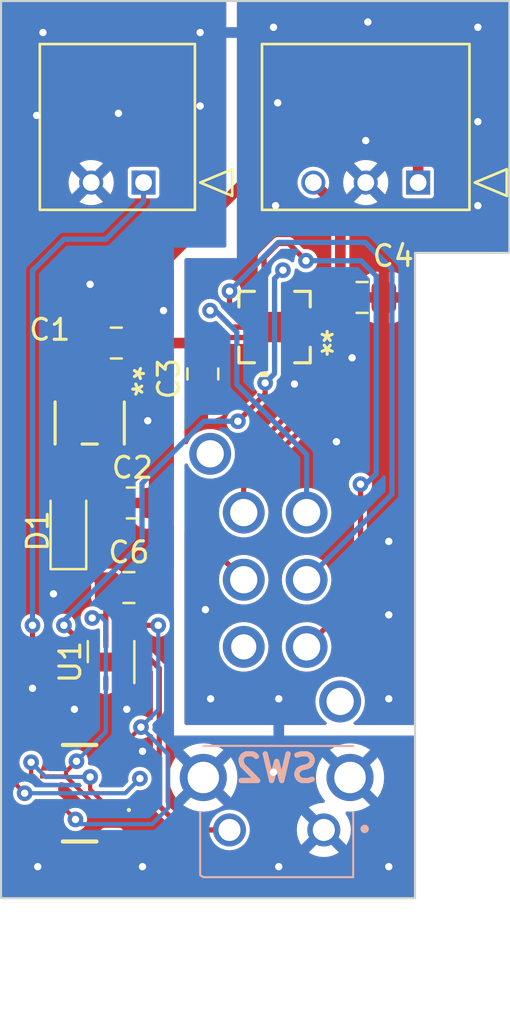
<source format=kicad_pcb>
(kicad_pcb (version 20221018) (generator pcbnew)
  (layers (0 "F.Cu" signal) (31 "B.Cu" signal) (34 "B.Paste" user) (35 "F.Paste" user) (36 "B.SilkS" user "B.Silkscreen") (37 "F.SilkS" user "F.Silkscreen") (38 "B.Mask" user) (39 "F.Mask" user) (44 "Edge.Cuts" user))
  (net 0 "")
  (net 10 "+15V")
  (net 11 "GNDPWR")
  (net 12 "-15V")
  (net 13 "PB1")
  (net 14 "+5V")
  (net 15 "PB0")
  (net 16 "RST")
  (net 17 "Net-(SW1A-A1)")
  (net 18 "CHSWA2")
  (net 19 "Net-(SW1B-B1)")
  (net 20 "CHSWB2")
  (net 21 "CHSWB1")
  (net 22 "CHSW_CTRL")
  (net 23 "Net-(D1-A)")
  (footprint "Diode_SMD:D_SOD-323_HandSoldering" (layer "F.Cu") (at 115.714 75.311 90)
    (fp_text reference "D1" (at -0.189 -1.464 90) (layer "F.SilkS"))
    (fp_text value "RB521VM-40FHTE-17" hide)
    (fp_line (start -2.01 -0.85) (end -2.01 0.85) (stroke (width 0.12)) (layer "F.SilkS"))
    (fp_line (start -2.01 -0.85) (end 1.25 -0.85) (stroke (width 0.12)) (layer "F.SilkS"))
    (fp_line (start -2.01 0.85) (end 1.25 0.85) (stroke (width 0.12)) (layer "F.SilkS"))
    (pad "1" smd roundrect (at -1.25 0 90) (size 1 1) (layers "F.Cu" "F.Paste" "F.Mask") (net 14 "+5V"))
    (pad "2" smd roundrect (at 1.25 0 90) (size 1 1) (layers "F.Cu" "F.Paste" "F.Mask") (net 23 "Net-(D1-A)"))
  )
  (footprint "ADG1236YCPZ-REEL7:CON_22057025_MOL" (layer "F.Cu") (at 119.3 58.9 180)
    (fp_text reference "J1" hide)
    (fp_text value "22057025" hide)
    (fp_line (start -4.227993 -0.635) (end -4.227993 0.635) (stroke (width 0.127)) (layer "F.SilkS"))
    (fp_line (start -4.227993 0.635) (end -2.703993 0) (stroke (width 0.127)) (layer "F.SilkS"))
    (fp_line (start -2.703993 0) (end -4.227993 -0.635) (stroke (width 0.127)) (layer "F.SilkS"))
    (fp_line (start -2.449993 -1.3) (end -2.449993 6.599999) (stroke (width 0.127)) (layer "F.SilkS"))
    (fp_line (start -2.449993 6.599999) (end 4.949993 6.599999) (stroke (width 0.127)) (layer "F.SilkS"))
    (fp_line (start 4.949993 -1.3) (end -2.449993 -1.3) (stroke (width 0.127)) (layer "F.SilkS"))
    (fp_line (start 4.949993 6.599999) (end 4.949993 -1.3) (stroke (width 0.127)) (layer "F.SilkS"))
    (pad "1" thru_hole rect (at 0 0 180) (size 1.15 1.15) (drill 0.8) (layers "*.Cu" "*.Mask") (net 13 "PB1"))
    (pad "2" thru_hole circle (at 2.5 0 180) (size 1.15 1.15) (drill 0.8) (layers "*.Cu" "*.Mask") (net 11 "GNDPWR"))
  )
  (footprint "ADG1236YCPZ-REEL7:CP_12_1_ADI" (layer "F.Cu") (at 125.55 65.7861 180)
    (fp_text reference "U2" hide)
    (fp_text value "ADG1236YCPZ-REEL7" hide)
    (fp_text user "*" (at -2.509799 -0.75 180 unlocked) (layer "F.SilkS"))
    (fp_text user "*" (at -2.509799 -0.75 180) (layer "F.SilkS"))
    (fp_line (start -1.7018 -1.7018) (end -1.7018 -0.960139) (stroke (width 0.1524)) (layer "F.SilkS"))
    (fp_line (start -1.7018 0.960139) (end -1.7018 1.7018) (stroke (width 0.1524)) (layer "F.SilkS"))
    (fp_line (start -1.7018 1.7018) (end -0.960139 1.7018) (stroke (width 0.1524)) (layer "F.SilkS"))
    (fp_line (start -0.960139 -1.7018) (end -1.7018 -1.7018) (stroke (width 0.1524)) (layer "F.SilkS"))
    (fp_line (start 0.960139 1.7018) (end 1.7018 1.7018) (stroke (width 0.1524)) (layer "F.SilkS"))
    (fp_line (start 1.7018 -1.7018) (end 0.960139 -1.7018) (stroke (width 0.1524)) (layer "F.SilkS"))
    (fp_line (start 1.7018 -0.960139) (end 1.7018 -1.7018) (stroke (width 0.1524)) (layer "F.SilkS"))
    (fp_line (start 1.7018 1.7018) (end 1.7018 0.960139) (stroke (width 0.1524)) (layer "F.SilkS"))
    (fp_poly (pts (xy 0.309499 -2.128799) (xy 0.309499 -2.382799) (xy 0.690499 -2.382799) (xy 0.690499 -2.128799)) (fill solid) (layer "F.SilkS"))
    (pad "1" smd rect (at -1.3438 -0.499999 270) (size 0.2548 1.061999) (layers "F.Cu" "F.Paste" "F.Mask") (net 17 "Net-(SW1A-A1)"))
    (pad "2" smd rect (at -1.3438 0 270) (size 0.2548 1.061999) (layers "F.Cu" "F.Paste" "F.Mask") (net 18 "CHSWA2"))
    (pad "3" smd rect (at -1.3438 0.499999 270) (size 0.2548 1.061999) (layers "F.Cu" "F.Paste" "F.Mask") (net 12 "-15V"))
    (pad "4" smd rect (at -0.499999 1.3438 180) (size 0.2548 1.061999) (layers "F.Cu" "F.Paste" "F.Mask") (net 11 "GNDPWR"))
    (pad "5" smd rect (at 0 1.3438 180) (size 0.2548 1.061999) (layers "F.Cu" "F.Paste" "F.Mask") (net 22 "CHSW_CTRL"))
    (pad "6" smd rect (at 0.499999 1.3438 180) (size 0.2548 1.061999) (layers "F.Cu" "F.Paste" "F.Mask") (net 21 "CHSWB1"))
    (pad "7" smd rect (at 1.3438 0.499999 270) (size 0.2548 1.061999) (layers "F.Cu" "F.Paste" "F.Mask") (net 19 "Net-(SW1B-B1)"))
    (pad "8" smd rect (at 1.3438 0 270) (size 0.2548 1.061999) (layers "F.Cu" "F.Paste" "F.Mask") (net 20 "CHSWB2"))
    (pad "9" smd rect (at 1.3438 -0.499999 270) (size 0.2548 1.061999) (layers "F.Cu" "F.Paste" "F.Mask") (net 10 "+15V"))
    (pad "10" smd rect (at 0.499999 -1.3438 180) (size 0.2548 1.061999) (layers "F.Cu" "F.Paste" "F.Mask"))
    (pad "11" smd rect (at 0 -1.3438 180) (size 0.2548 1.061999) (layers "F.Cu" "F.Paste" "F.Mask") (net 22 "CHSW_CTRL"))
    (pad "12" smd rect (at -0.499999 -1.3438 180) (size 0.2548 1.061999) (layers "F.Cu" "F.Paste" "F.Mask"))
    (pad "13" smd rect (at 0 0 180) (size 1.4478 1.4478) (layers "F.Cu" "F.Paste" "F.Mask") (net 12 "-15V"))
  )
  (footprint "Capacitor_SMD:C_0805_2012Metric_Pad1.18x1.45mm_HandSolder" (layer "F.Cu") (at 118.762 74.168)
    (fp_text reference "C2" (at 0 -1.68) (layer "F.SilkS"))
    (fp_text value "1uF" hide)
    (fp_line (start -0.261252 -0.735) (end 0.261252 -0.735) (stroke (width 0.12)) (layer "F.SilkS"))
    (fp_line (start -0.261252 0.735) (end 0.261252 0.735) (stroke (width 0.12)) (layer "F.SilkS"))
    (pad "1" smd roundrect (at -1.0375 0) (size 1.175 1.45) (layers "F.Cu" "F.Paste" "F.Mask") (roundrect_rratio 0.2127659574) (net 23 "Net-(D1-A)"))
    (pad "2" smd roundrect (at 1.0375 0) (size 1.175 1.45) (layers "F.Cu" "F.Paste" "F.Mask") (roundrect_rratio 0.2127659574) (net 11 "GNDPWR"))
  )
  (footprint "Switch_DPDT_Marshall_DPDT:Switch_Toggle_Marshall_DPDT" (layer "F.Cu") (at 128.679 83.626 180)
    (fp_text reference "SW1" hide)
    (fp_text value "~" hide)
    (pad "1" thru_hole circle (at 4.6 5.8 180) (size 2 2) (drill 1.3) (layers "*.Cu" "*.Mask") (net 17 "Net-(SW1A-A1)"))
    (pad "2" thru_hole circle (at 4.6 9 180) (size 2 2) (drill 1.3) (layers "*.Cu" "*.Mask") (net 18 "CHSWA2"))
    (pad "3" thru_hole circle (at 4.6 2.6 180) (size 2 2) (drill 1.2) (layers "*.Cu" "*.Mask"))
    (pad "4" thru_hole circle (at 1.6 5.8 180) (size 2 2) (drill 1.3) (layers "*.Cu" "*.Mask") (net 19 "Net-(SW1B-B1)"))
    (pad "5" thru_hole circle (at 1.6 9 180) (size 2 2) (drill 1.3) (layers "*.Cu" "*.Mask") (net 20 "CHSWB2"))
    (pad "6" thru_hole circle (at 1.6 2.6 180) (size 2 2) (drill 1.3) (layers "*.Cu" "*.Mask") (net 21 "CHSWB1"))
    (pad "7" thru_hole circle (at 6.2 11.8 180) (size 2 2) (drill 1.3) (layers "*.Cu" "*.Mask"))
    (pad "8" thru_hole circle (at 0 0 180) (size 2 2) (drill 1.3) (layers "*.Cu" "*.Mask"))
  )
  (footprint "Capacitor_SMD:C_0805_2012Metric_Pad1.18x1.45mm_HandSolder" (layer "F.Cu") (at 129.725 64.375)
    (fp_text reference "C4" (at 1.488 -1.977) (layer "F.SilkS"))
    (fp_text value "0.1uF" hide)
    (fp_line (start -0.261252 -0.735) (end 0.261252 -0.735) (stroke (width 0.12)) (layer "F.SilkS"))
    (fp_line (start -0.261252 0.735) (end 0.261252 0.735) (stroke (width 0.12)) (layer "F.SilkS"))
    (pad "1" smd roundrect (at -1.0375 0) (size 1.175 1.45) (layers "F.Cu" "F.Paste" "F.Mask") (roundrect_rratio 0.2127659574) (net 12 "-15V"))
    (pad "2" smd roundrect (at 1.0375 0) (size 1.175 1.45) (layers "F.Cu" "F.Paste" "F.Mask") (roundrect_rratio 0.2127659574) (net 11 "GNDPWR"))
  )
  (footprint "Package_DFN_QFN:DFN-8-1EP_2x2mm_P0.5mm_EP0.9x1.5mm" (layer "F.Cu") (at 117.75 81.75 90)
    (fp_text reference "U1" (at 0 -1.95 90) (layer "F.SilkS"))
    (fp_text value "ATtiny4-MA" hide)
    (fp_line (start -1 1.11) (end 1 1.11) (stroke (width 0.12)) (layer "F.SilkS"))
    (fp_line (start 0 -1.11) (end 1 -1.11) (stroke (width 0.12)) (layer "F.SilkS"))
    (pad "1" smd roundrect (at -1 -0.75 90) (size 0.7 0.25) (layers "F.Cu" "F.Paste" "F.Mask") (net 13 "PB1"))
    (pad "2" smd roundrect (at -1 -0.25 90) (size 0.7 0.25) (layers "F.Cu" "F.Paste" "F.Mask"))
    (pad "3" smd roundrect (at -1 0.25 90) (size 0.7 0.25) (layers "F.Cu" "F.Paste" "F.Mask"))
    (pad "4" smd roundrect (at -1 0.75 90) (size 0.7 0.25) (layers "F.Cu" "F.Paste" "F.Mask") (net 11 "GNDPWR"))
    (pad "5" smd roundrect (at 1 0.75 90) (size 0.7 0.25) (layers "F.Cu" "F.Paste" "F.Mask") (net 15 "PB0"))
    (pad "6" smd roundrect (at 1 0.25 90) (size 0.7 0.25) (layers "F.Cu" "F.Paste" "F.Mask") (net 16 "RST"))
    (pad "7" smd roundrect (at 1 -0.25 90) (size 0.7 0.25) (layers "F.Cu" "F.Paste" "F.Mask") (net 14 "+5V"))
    (pad "8" smd roundrect (at 1 -0.75 90) (size 0.7 0.25) (layers "F.Cu" "F.Paste" "F.Mask") (net 22 "CHSW_CTRL"))
    (pad "9" smd rect (at 0 0 90) (size 0.9 1.5) (layers "F.Cu" "F.Mask"))
  )
  (footprint "ADG1236YCPZ-REEL7:SOT-23-5_DBV_TEX" (layer "F.Cu") (at 116.73 70.358 -90)
    (fp_text reference "U3" hide)
    (fp_text value "TLV709A33DBVR" hide)
    (fp_text user "*" (at -1.61645 -2.601 90) (layer "F.SilkS"))
    (fp_text user "*" (at -2.358 -2.02 -90 unlocked) (layer "F.SilkS"))
    (fp_line (start -1.0033 1.651) (end 1.0033 1.651) (stroke (width 0.1524)) (layer "F.SilkS"))
    (fp_line (start 1.0033 -1.651) (end -1.0033 -1.651) (stroke (width 0.1524)) (layer "F.SilkS"))
    (fp_line (start 1.0033 0.363261) (end 1.0033 -0.363261) (stroke (width 0.1524)) (layer "F.SilkS"))
    (pad "1" smd rect (at -1.362451 -0.950001 270) (size 0.972299 0.508) (layers "F.Cu" "F.Paste" "F.Mask") (net 10 "+15V"))
    (pad "2" smd rect (at -1.362451 0 270) (size 0.972299 0.508) (layers "F.Cu" "F.Paste" "F.Mask") (net 11 "GNDPWR"))
    (pad "3" smd rect (at -1.362451 0.950001 270) (size 0.972299 0.508) (layers "F.Cu" "F.Paste" "F.Mask"))
    (pad "4" smd rect (at 1.362451 0.950001 270) (size 0.972299 0.508) (layers "F.Cu" "F.Paste" "F.Mask"))
    (pad "5" smd rect (at 1.362451 -0.950001 270) (size 0.972299 0.508) (layers "F.Cu" "F.Paste" "F.Mask") (net 23 "Net-(D1-A)"))
  )
  (footprint "Capacitor_SMD:C_0805_2012Metric_Pad1.18x1.45mm_HandSolder" (layer "F.Cu") (at 118.6 78.2)
    (fp_text reference "C6" (at 0 -1.68) (layer "F.SilkS"))
    (fp_text value "1uF" hide)
    (fp_line (start -0.261252 -0.735) (end 0.261252 -0.735) (stroke (width 0.12)) (layer "F.SilkS"))
    (fp_line (start -0.261252 0.735) (end 0.261252 0.735) (stroke (width 0.12)) (layer "F.SilkS"))
    (pad "1" smd roundrect (at -1.0375 0) (size 1.175 1.45) (layers "F.Cu" "F.Paste" "F.Mask") (roundrect_rratio 0.2127659574) (net 14 "+5V"))
    (pad "2" smd roundrect (at 1.0375 0) (size 1.175 1.45) (layers "F.Cu" "F.Paste" "F.Mask") (roundrect_rratio 0.2127659574) (net 11 "GNDPWR"))
  )
  (footprint "ADG1236YCPZ-REEL7:CON_22057035_MOL" (layer "F.Cu") (at 132.4 58.9 180)
    (fp_text reference "J2" hide)
    (fp_text value "22057035" hide)
    (fp_line (start -4.22799 -0.635) (end -4.22799 0.635) (stroke (width 0.127)) (layer "F.SilkS"))
    (fp_line (start -4.22799 0.635) (end -2.70399 0) (stroke (width 0.127)) (layer "F.SilkS"))
    (fp_line (start -2.70399 0) (end -4.22799 -0.635) (stroke (width 0.127)) (layer "F.SilkS"))
    (fp_line (start -2.44999 -1.3) (end -2.44999 6.599999) (stroke (width 0.127)) (layer "F.SilkS"))
    (fp_line (start -2.44999 6.599999) (end 7.44999 6.599999) (stroke (width 0.127)) (layer "F.SilkS"))
    (fp_line (start 7.44999 -1.3) (end -2.44999 -1.3) (stroke (width 0.127)) (layer "F.SilkS"))
    (fp_line (start 7.44999 6.599999) (end 7.44999 -1.3) (stroke (width 0.127)) (layer "F.SilkS"))
    (pad "1" thru_hole rect (at 0 0 180) (size 1.15 1.15) (drill 0.8) (layers "*.Cu" "*.Mask") (net 10 "+15V"))
    (pad "2" thru_hole circle (at 2.5 0 180) (size 1.15 1.15) (drill 0.8) (layers "*.Cu" "*.Mask") (net 11 "GNDPWR"))
    (pad "3" thru_hole circle (at 5 0 180) (size 1.15 1.15) (drill 0.8) (layers "*.Cu" "*.Mask") (net 12 "-15V"))
  )
  (footprint "ADG1236YCPZ-REEL7:DF40B10DS04V58" (layer "F.Cu") (at 116.25 88 90)
    (fp_text reference "J3" hide)
    (fp_text value "DF40B-10DS-0.4V_58_" hide)
    (fp_line (start -2.3 -0.8) (end -2.3 0.8) (stroke (width 0.2)) (layer "F.SilkS"))
    (fp_line (start -0.8 2.3) (end -0.8 2.3) (stroke (width 0.1)) (layer "F.SilkS"))
    (fp_line (start -0.8 2.4) (end -0.8 2.4) (stroke (width 0.1)) (layer "F.SilkS"))
    (fp_line (start 2.3 -0.8) (end 2.3 0.8) (stroke (width 0.2)) (layer "F.SilkS"))
    (fp_arc (start -0.8 2.3) (mid -0.75 2.35) (end -0.8 2.4) (stroke (width 0.1)) (layer "F.SilkS"))
    (fp_arc (start -0.8 2.4) (mid -0.85 2.35) (end -0.8 2.3) (stroke (width 0.1)) (layer "F.SilkS"))
    (pad "1" smd rect (at -0.8 1.54 90) (size 0.2 0.7) (layers "F.Cu" "F.Paste" "F.Mask") (net 14 "+5V"))
    (pad "2" smd rect (at -0.8 -1.54 90) (size 0.2 0.7) (layers "F.Cu" "F.Paste" "F.Mask") (net 11 "GNDPWR"))
    (pad "3" smd rect (at -0.4 1.54 90) (size 0.2 0.7) (layers "F.Cu" "F.Paste" "F.Mask") (net 15 "PB0"))
    (pad "4" smd rect (at -0.4 -1.54 90) (size 0.2 0.7) (layers "F.Cu" "F.Paste" "F.Mask") (net 16 "RST"))
    (pad "5" smd rect (at 0 1.54 90) (size 0.2 0.7) (layers "F.Cu" "F.Paste" "F.Mask") (net 13 "PB1"))
    (pad "6" smd rect (at 0 -1.54 90) (size 0.2 0.7) (layers "F.Cu" "F.Paste" "F.Mask") (net 13 "PB1"))
    (pad "7" smd rect (at 0.4 1.54 90) (size 0.2 0.7) (layers "F.Cu" "F.Paste" "F.Mask") (net 16 "RST"))
    (pad "8" smd rect (at 0.4 -1.54 90) (size 0.2 0.7) (layers "F.Cu" "F.Paste" "F.Mask") (net 15 "PB0"))
    (pad "9" smd rect (at 0.8 1.54 90) (size 0.2 0.7) (layers "F.Cu" "F.Paste" "F.Mask") (net 11 "GNDPWR"))
    (pad "10" smd rect (at 0.8 -1.54 90) (size 0.2 0.7) (layers "F.Cu" "F.Paste" "F.Mask") (net 14 "+5V"))
    (pad "MP1" smd rect (at -2 1.54 90) (size 0.35 0.7) (layers "F.Cu" "F.Paste" "F.Mask"))
    (pad "MP2" smd rect (at -2 -1.54 90) (size 0.35 0.7) (layers "F.Cu" "F.Paste" "F.Mask"))
    (pad "MP3" smd rect (at 2 1.54 90) (size 0.35 0.7) (layers "F.Cu" "F.Paste" "F.Mask"))
    (pad "MP4" smd rect (at 2 -1.54 90) (size 0.35 0.7) (layers "F.Cu" "F.Paste" "F.Mask"))
  )
  (footprint "Capacitor_SMD:C_0805_2012Metric_Pad1.18x1.45mm_HandSolder" (layer "F.Cu") (at 118 66.548 180)
    (fp_text reference "C1" (at 3.175 0.635) (layer "F.SilkS"))
    (fp_text value "0.1uF" hide)
    (fp_line (start -0.261252 -0.735) (end 0.261252 -0.735) (stroke (width 0.12)) (layer "F.SilkS"))
    (fp_line (start -0.261252 0.735) (end 0.261252 0.735) (stroke (width 0.12)) (layer "F.SilkS"))
    (pad "1" smd roundrect (at -1.0375 0 180) (size 1.175 1.45) (layers "F.Cu" "F.Paste" "F.Mask") (roundrect_rratio 0.2127659574) (net 10 "+15V"))
    (pad "2" smd roundrect (at 1.0375 0 180) (size 1.175 1.45) (layers "F.Cu" "F.Paste" "F.Mask") (roundrect_rratio 0.2127659574) (net 11 "GNDPWR"))
  )
  (footprint "Capacitor_SMD:C_0805_2012Metric_Pad1.18x1.45mm_HandSolder" (layer "F.Cu") (at 122.129001 68.0198 -90)
    (fp_text reference "C3" (at 0.2302 1.629001 90) (layer "F.SilkS"))
    (fp_text value "0.1uF" hide)
    (fp_line (start -0.261252 -0.735) (end 0.261252 -0.735) (stroke (width 0.12)) (layer "F.SilkS"))
    (fp_line (start -0.261252 0.735) (end 0.261252 0.735) (stroke (width 0.12)) (layer "F.SilkS"))
    (pad "1" smd roundrect (at -1.0375 0 270) (size 1.175 1.45) (layers "F.Cu" "F.Paste" "F.Mask") (roundrect_rratio 0.2127659574) (net 10 "+15V"))
    (pad "2" smd roundrect (at 1.0375 0 270) (size 1.175 1.45) (layers "F.Cu" "F.Paste" "F.Mask") (roundrect_rratio 0.2127659574) (net 11 "GNDPWR"))
  )
  (footprint "ADG1236YCPZ-REEL7:B3F3152" (layer "B.Cu") (at 125.65 90.82 180)
    (fp_text reference "SW2" (at 0 4) (layer "B.SilkS") (effects (font (size 1.27 1.27) (thickness 0.254)) (justify mirror)))
    (fp_text value "B3F-3152" hide)
    (fp_line (start -4.2 1.02) (end -4.2 1.02) (stroke (width 0.2)) (layer "B.SilkS"))
    (fp_line (start -4.2 1.22) (end -4.2 1.22) (stroke (width 0.2)) (layer "B.SilkS"))
    (fp_line (start -3.65 -1.18) (end 3.5 -1.18) (stroke (width 0.1)) (layer "B.SilkS"))
    (fp_line (start -3.65 -1.08) (end -3.65 -1.18) (stroke (width 0.1)) (layer "B.SilkS"))
    (fp_line (start -3.65 1.92) (end -3.65 -1.08) (stroke (width 0.1)) (layer "B.SilkS"))
    (fp_line (start -3.65 5.07) (end 3.5 5.08) (stroke (width 0.1)) (layer "B.SilkS"))
    (fp_line (start 3.5 -1.18) (end 3.65 -1.08) (stroke (width 0.1)) (layer "B.SilkS"))
    (fp_line (start 3.65 -1.08) (end 3.65 1.92) (stroke (width 0.1)) (layer "B.SilkS"))
    (fp_arc (start -4.2 1.02) (mid -4.1 1.12) (end -4.2 1.22) (stroke (width 0.2)) (layer "B.SilkS"))
    (fp_arc (start -4.2 1.22) (mid -4.3 1.12) (end -4.2 1.02) (stroke (width 0.2)) (layer "B.SilkS"))
    (pad "1" thru_hole circle (at -2.25 1.07 180) (size 1.575 1.575) (drill 1.05) (layers "*.Cu" "*.Mask") (net 11 "GNDPWR"))
    (pad "2" thru_hole circle (at 2.25 1.07 180) (size 1.575 1.575) (drill 1.05) (layers "*.Cu" "*.Mask") (net 15 "PB0"))
    (pad "3" thru_hole circle (at -3.5 3.57 180) (size 2.25 2.25) (drill 1.5) (layers "*.Cu" "*.Mask") (net 11 "GNDPWR"))
    (pad "3" thru_hole circle (at 3.5 3.57 180) (size 2.25 2.25) (drill 1.5) (layers "*.Cu" "*.Mask") (net 11 "GNDPWR"))
  )
  (gr_poly (pts (xy 112.5 50.25) (xy 112.5 93) (xy 132.25 93) (xy 132.25 62.25) (xy 136.75 62.25) (xy 136.75 50.25)) (stroke (width 0.1)) (fill none) (layer "Edge.Cuts"))
  (segment (start 119.0375 66.548) (end 119.0375 63.9625) (width 0.508) (layer "F.Cu") (net 10))
  (segment (start 124.2062 66.286099) (end 122.825202 66.286099) (width 0.25) (layer "F.Cu") (net 10))
  (segment (start 117.680001 68.294999) (end 117.680001 68.995549) (width 0.508) (layer "F.Cu") (net 10))
  (segment (start 119.0375 66.9375) (end 117.680001 68.294999) (width 0.508) (layer "F.Cu") (net 10))
  (segment (start 127.6 55.4) (end 131 55.4) (width 0.508) (layer "F.Cu") (net 10))
  (segment (start 132.4 56.8) (end 132.4 58.8) (width 0.508) (layer "F.Cu") (net 10))
  (segment (start 119.0375 66.548) (end 119.0375 66.9375) (width 0.508) (layer "F.Cu") (net 10))
  (segment (start 119.0375 63.9625) (end 127.6 55.4) (width 0.508) (layer "F.Cu") (net 10))
  (segment (start 131 55.4) (end 132.4 56.8) (width 0.508) (layer "F.Cu") (net 10))
  (segment (start 119.0375 66.548) (end 121.694701 66.548) (width 0.508) (layer "F.Cu") (net 10))
  (segment (start 121.694701 66.548) (end 122.129001 66.9823) (width 0.508) (layer "F.Cu") (net 10))
  (segment (start 122.825202 66.286099) (end 122.129001 66.9823) (width 0.25) (layer "F.Cu") (net 10))
  (segment (start 132.4 58.8) (end 132.5 58.9) (width 0.508) (layer "F.Cu") (net 10))
  (segment (start 125.75 86.75) (end 125.75 83.5) (width 0.508) (layer "F.Cu") (net 11))
  (segment (start 122 51.75) (end 125.25 51.75) (width 0.508) (layer "F.Cu") (net 11))
  (segment (start 125.25 51.75) (end 125.5 51.5) (width 0.508) (layer "F.Cu") (net 11))
  (segment (start 125.5 87) (end 125.75 86.75) (width 0.508) (layer "F.Cu") (net 11))
  (via (at 126.5 68.5) (size 0.75) (drill 0.35) (layers "F.Cu" "B.Cu") (net 11))
  (via (at 114 83) (size 0.75) (drill 0.35) (layers "F.Cu" "B.Cu") (net 11))
  (via (at 118.1 55.6) (size 0.75) (drill 0.35) (layers "F.Cu" "B.Cu") (net 11))
  (via (at 119.25 91.5) (size 0.75) (drill 0.35) (layers "F.Cu" "B.Cu") (net 11))
  (via (at 116 84) (size 0.75) (drill 0.35) (layers "F.Cu" "B.Cu") (net 11))
  (via (at 129.25 67.25) (size 0.75) (drill 0.35) (layers "F.Cu" "B.Cu") (net 11))
  (via (at 131 79.5) (size 0.75) (drill 0.35) (layers "F.Cu" "B.Cu") (net 11))
  (via (at 119.5 70.25) (size 0.75) (drill 0.35) (layers "F.Cu" "B.Cu") (net 11))
  (via (at 122.25 79.25) (size 0.75) (drill 0.35) (layers "F.Cu" "B.Cu") (net 11))
  (via (at 131 83.5) (size 0.75) (drill 0.35) (layers "F.Cu" "B.Cu") (net 11))
  (via (at 122 51.75) (size 0.75) (drill 0.35) (layers "F.Cu" "B.Cu") (net 11))
  (via (at 114.25 91.5) (size 0.75) (drill 0.35) (layers "F.Cu" "B.Cu") (net 11))
  (via (at 130 51.25) (size 0.75) (drill 0.35) (layers "F.Cu" "B.Cu") (net 11))
  (via (at 131 76) (size 0.75) (drill 0.35) (layers "F.Cu" "B.Cu") (net 11))
  (via (at 116.75 63.75) (size 0.75) (drill 0.35) (layers "F.Cu" "B.Cu") (net 11))
  (via (at 122 55.25) (size 0.75) (drill 0.35) (layers "F.Cu" "B.Cu") (net 11))
  (via (at 115 78.5) (size 0.75) (drill 0.35) (layers "F.Cu" "B.Cu") (net 11))
  (via (at 125.7 55.1) (size 0.75) (drill 0.35) (layers "F.Cu" "B.Cu") (net 11))
  (via (at 128.5 71.25) (size 0.75) (drill 0.35) (layers "F.Cu" "B.Cu") (net 11))
  (via (at 120.25 65) (size 0.75) (drill 0.35) (layers "F.Cu" "B.Cu") (net 11))
  (via (at 114.2 55.7) (size 0.75) (drill 0.35) (layers "F.Cu" "B.Cu") (net 11))
  (via (at 122.5 83.5) (size 0.75) (drill 0.35) (layers "F.Cu" "B.Cu") (net 11))
  (via (at 125.75 83.5) (size 0.75) (drill 0.35) (layers "F.Cu" "B.Cu") (net 11))
  (via (at 119.25 86) (size 0.75) (drill 0.35) (layers "F.Cu" "B.Cu") (net 11))
  (via (at 135.25 56) (size 0.75) (drill 0.35) (layers "F.Cu" "B.Cu") (net 11))
  (via (at 125.6 60) (size 0.75) (drill 0.35) (layers "F.Cu" "B.Cu") (net 11))
  (via (at 135.25 60) (size 0.75) (drill 0.35) (layers "F.Cu" "B.Cu") (net 11))
  (via (at 114.5 51.75) (size 0.75) (drill 0.35) (layers "F.Cu" "B.Cu") (net 11))
  (via (at 135.25 51.5) (size 0.75) (drill 0.35) (layers "F.Cu" "B.Cu") (net 11))
  (via (at 125.5 87) (size 0.75) (drill 0.35) (layers "F.Cu" "B.Cu") (net 11))
  (via (at 118.5 84) (size 0.75) (drill 0.35) (layers "F.Cu" "B.Cu") (net 11))
  (via (at 131 91.5) (size 0.75) (drill 0.35) (layers "F.Cu" "B.Cu") (net 11))
  (via (at 125.75 91.5) (size 0.75) (drill 0.35) (layers "F.Cu" "B.Cu") (net 11))
  (via (at 129.9 56.9) (size 0.75) (drill 0.35) (layers "F.Cu" "B.Cu") (net 11))
  (via (at 125.5 51.5) (size 0.75) (drill 0.35) (layers "F.Cu" "B.Cu") (net 11))
  (segment (start 125.75 86.75) (end 125.75 83.5) (width 0.508) (layer "B.Cu") (net 11))
  (segment (start 125.5 87) (end 125.75 86.75) (width 0.508) (layer "B.Cu") (net 11))
  (segment (start 125.25 51.75) (end 125.5 51.5) (width 0.508) (layer "B.Cu") (net 11))
  (segment (start 122 51.75) (end 125.25 51.75) (width 0.508) (layer "B.Cu") (net 11))
  (segment (start 126.049999 65.286101) (end 125.55 65.7861) (width 0.25) (layer "F.Cu") (net 12))
  (segment (start 127.4 58.9) (end 128.6875 60.1875) (width 0.508) (layer "F.Cu") (net 12))
  (segment (start 126.8938 65.286101) (end 126.049999 65.286101) (width 0.25) (layer "F.Cu") (net 12))
  (segment (start 126.8938 65.286101) (end 127.776399 65.286101) (width 0.25) (layer "F.Cu") (net 12))
  (segment (start 127.776399 65.286101) (end 128.6875 64.375) (width 0.25) (layer "F.Cu") (net 12))
  (segment (start 128.6875 60.1875) (end 128.6875 64.375) (width 0.508) (layer "F.Cu") (net 12))
  (segment (start 119.125 87.3) (end 118.425 88) (width 0.2) (layer "F.Cu") (net 13))
  (segment (start 113.25 87.625) (end 113.25 85.5) (width 0.2) (layer "F.Cu") (net 13))
  (segment (start 115.25 83.5) (end 115.25 82.75) (width 0.2) (layer "F.Cu") (net 13))
  (segment (start 113.625 88) (end 113.25 87.625) (width 0.2) (layer "F.Cu") (net 13))
  (segment (start 113.25 85.5) (end 115.25 83.5) (width 0.2) (layer "F.Cu") (net 13))
  (segment (start 114.5 82) (end 114 81.5) (width 0.25) (layer "F.Cu") (net 13))
  (segment (start 118.425 88) (end 117.79 88) (width 0.2) (layer "F.Cu") (net 13))
  (segment (start 117 82.75) (end 115.25 82.75) (width 0.25) (layer "F.Cu") (net 13))
  (segment (start 115.25 82.75) (end 114.5 82) (width 0.25) (layer "F.Cu") (net 13))
  (segment (start 114.71 88) (end 113.625 88) (width 0.2) (layer "F.Cu") (net 13))
  (segment (start 114 81.5) (end 114 80) (width 0.25) (layer "F.Cu") (net 13))
  (via (at 114 80) (size 0.75) (drill 0.35) (layers "F.Cu" "B.Cu") (net 13))
  (via (at 119.125 87.3) (size 0.75) (drill 0.35) (layers "F.Cu" "B.Cu") (net 13))
  (via (at 113.625 88) (size 0.75) (drill 0.35) (layers "F.Cu" "B.Cu") (net 13))
  (segment (start 114 63.1) (end 115.5 61.6) (width 0.25) (layer "B.Cu") (net 13))
  (segment (start 119.3 59.8) (end 119.3 58.9) (width 0.25) (layer "B.Cu") (net 13))
  (segment (start 115.5 61.6) (end 117.5 61.6) (width 0.25) (layer "B.Cu") (net 13))
  (segment (start 114 80) (end 114 63.1) (width 0.25) (layer "B.Cu") (net 13))
  (segment (start 118.425 88) (end 119.125 87.3) (width 0.2) (layer "B.Cu") (net 13))
  (segment (start 117.5 61.6) (end 119.3 59.8) (width 0.25) (layer "B.Cu") (net 13))
  (segment (start 113.625 88) (end 118.425 88) (width 0.2) (layer "B.Cu") (net 13))
  (segment (start 117.5 79.575) (end 116.925 79.575) (width 0.25) (layer "F.Cu") (net 14))
  (segment (start 117.5 79.575) (end 117.5 78.2625) (width 0.25) (layer "F.Cu") (net 14))
  (segment (start 115.6 87.2) (end 117.2 88.8) (width 0.2) (layer "F.Cu") (net 14))
  (segment (start 115.714 76.561) (end 115.9235 76.561) (width 0.508) (layer "F.Cu") (net 14))
  (segment (start 117.2 88.8) (end 117.79 88.8) (width 0.2) (layer "F.Cu") (net 14))
  (segment (start 117.5 78.2625) (end 117.5625 78.2) (width 0.25) (layer "F.Cu") (net 14))
  (segment (start 116.925 79.575) (end 116.85 79.65) (width 0.25) (layer "F.Cu") (net 14))
  (segment (start 115.9235 76.561) (end 117.5625 78.2) (width 0.508) (layer "F.Cu") (net 14))
  (segment (start 114.71 87.2) (end 115.6 87.2) (width 0.2) (layer "F.Cu") (net 14))
  (segment (start 117.5 80.75) (end 117.5 79.575) (width 0.25) (layer "F.Cu") (net 14))
  (segment (start 115.6 86.975) (end 116.1 86.475) (width 0.2) (layer "F.Cu") (net 14))
  (segment (start 115.6 87.2) (end 115.6 86.975) (width 0.2) (layer "F.Cu") (net 14))
  (via (at 116.1 86.475) (size 0.75) (drill 0.35) (layers "F.Cu" "B.Cu") (net 14))
  (via (at 116.85 79.65) (size 0.75) (drill 0.35) (layers "F.Cu" "B.Cu") (net 14))
  (segment (start 116.1 86.475) (end 117.5 85.075) (width 0.2) (layer "B.Cu") (net 14))
  (segment (start 117.5 85.075) (end 117.5 79.825) (width 0.2) (layer "B.Cu") (net 14))
  (segment (start 116.925 79.575) (end 117.25 79.575) (width 0.25) (layer "B.Cu") (net 14))
  (segment (start 117.5 79.825) (end 117.25 79.575) (width 0.2) (layer "B.Cu") (net 14))
  (segment (start 116.85 79.65) (end 116.925 79.575) (width 0.25) (layer "B.Cu") (net 14))
  (segment (start 117.334572 88.4) (end 116.75 87.815428) (width 0.2) (layer "F.Cu") (net 15))
  (segment (start 120.05 88.6) (end 121.2 89.75) (width 0.25) (layer "F.Cu") (net 15))
  (segment (start 114.175 87.6) (end 114.71 87.6) (width 0.2) (layer "F.Cu") (net 15))
  (segment (start 121.2 89.75) (end 123.4 89.75) (width 0.25) (layer "F.Cu") (net 15))
  (segment (start 117.79 88.4) (end 117.334572 88.4) (width 0.2) (layer "F.Cu") (net 15))
  (segment (start 118.5 80.75) (end 118.75 80.75) (width 0.25) (layer "F.Cu") (net 15))
  (segment (start 118.75 80.75) (end 120.05 82.05) (width 0.25) (layer "F.Cu") (net 15))
  (segment (start 120.05 88.4) (end 120.05 88.6) (width 0.25) (layer "F.Cu") (net 15))
  (segment (start 117.79 88.4) (end 120.05 88.4) (width 0.2) (layer "F.Cu") (net 15))
  (segment (start 116.75 87.815428) (end 116.75 87.225) (width 0.2) (layer "F.Cu") (net 15))
  (segment (start 120.05 82.05) (end 120.05 88.4) (width 0.25) (layer "F.Cu") (net 15))
  (segment (start 113.932956 86.525559) (end 113.932956 87.357956) (width 0.2) (layer "F.Cu") (net 15))
  (segment (start 113.932956 87.357956) (end 114.175 87.6) (width 0.2) (layer "F.Cu") (net 15))
  (via (at 113.932956 86.525559) (size 0.75) (drill 0.35) (layers "F.Cu" "B.Cu") (net 15))
  (via (at 116.75 87.225) (size 0.75) (drill 0.35) (layers "F.Cu" "B.Cu") (net 15))
  (segment (start 114.632397 87.225) (end 113.932956 86.525559) (width 0.2) (layer "B.Cu") (net 15))
  (segment (start 116.75 87.225) (end 114.632397 87.225) (width 0.2) (layer "B.Cu") (net 15))
  (segment (start 116.05 89.25) (end 115.2 88.4) (width 0.2) (layer "F.Cu") (net 16))
  (segment (start 118.5 80) (end 120 80) (width 0.25) (layer "F.Cu") (net 16))
  (segment (start 118 80.75) (end 118 80.351992) (width 0.25) (layer "F.Cu") (net 16))
  (segment (start 118.351992 80) (end 118.5 80) (width 0.25) (layer "F.Cu") (net 16))
  (segment (start 118.290428 87.6) (end 118.472 87.418428) (width 0.2) (layer "F.Cu") (net 16))
  (segment (start 118.472 87.418428) (end 118.472 85.553) (width 0.2) (layer "F.Cu") (net 16))
  (segment (start 118 80.351992) (end 118.351992 80) (width 0.25) (layer "F.Cu") (net 16))
  (segment (start 115.2 88.4) (end 114.71 88.4) (width 0.2) (layer "F.Cu") (net 16))
  (segment (start 118.472 85.553) (end 119.175 84.85) (width 0.2) (layer "F.Cu") (net 16))
  (segment (start 117.79 87.6) (end 118.290428 87.6) (width 0.2) (layer "F.Cu") (net 16))
  (via (at 120 80) (size 0.75) (drill 0.35) (layers "F.Cu" "B.Cu") (net 16))
  (via (at 116.05 89.25) (size 0.75) (drill 0.35) (layers "F.Cu" "B.Cu") (net 16))
  (via (at 119.175 84.85) (size 0.75) (drill 0.35) (layers "F.Cu" "B.Cu") (net 16))
  (segment (start 119.7 89.475) (end 116.275 89.475) (width 0.2) (layer "B.Cu") (net 16))
  (segment (start 120.475 86.15) (end 120.475 87) (width 0.2) (layer "B.Cu") (net 16))
  (segment (start 116.275 89.475) (end 116.05 89.25) (width 0.2) (layer "B.Cu") (net 16))
  (segment (start 120 84.025) (end 120 80) (width 0.2) (layer "B.Cu") (net 16))
  (segment (start 120.475 87) (end 120.475 88.7) (width 0.2) (layer "B.Cu") (net 16))
  (segment (start 120.475 88.7) (end 119.7 89.475) (width 0.2) (layer "B.Cu") (net 16))
  (segment (start 119.175 84.85) (end 120.475 86.15) (width 0.2) (layer "B.Cu") (net 16))
  (segment (start 119.175 84.85) (end 120 84.025) (width 0.2) (layer "B.Cu") (net 16))
  (segment (start 127.575 66.475) (end 127.575 66.875) (width 0.25) (layer "F.Cu") (net 17))
  (segment (start 121.7 75.447) (end 124.079 77.826) (width 0.25) (layer "F.Cu") (net 17))
  (segment (start 127.5 68.647721) (end 121.7 74.447721) (width 0.25) (layer "F.Cu") (net 17))
  (segment (start 127.386099 66.286099) (end 127.575 66.475) (width 0.25) (layer "F.Cu") (net 17))
  (segment (start 127.575 66.875) (end 127.5 66.95) (width 0.25) (layer "F.Cu") (net 17))
  (segment (start 121.7 74.447721) (end 121.7 75.447) (width 0.25) (layer "F.Cu") (net 17))
  (segment (start 126.8938 66.286099) (end 127.386099 66.286099) (width 0.25) (layer "F.Cu") (net 17))
  (segment (start 127.5 66.95) (end 127.5 68.647721) (width 0.25) (layer "F.Cu") (net 17))
  (segment (start 124.075 74.622) (end 124.075 73.425) (width 0.25) (layer "F.Cu") (net 18))
  (segment (start 124.079 74.626) (end 124.075 74.622) (width 0.25) (layer "F.Cu") (net 18))
  (segment (start 124.075 73.425) (end 128.25 69.25) (width 0.25) (layer "F.Cu") (net 18))
  (segment (start 128.25 69.25) (end 128.25 66.1) (width 0.25) (layer "F.Cu") (net 18))
  (segment (start 128.25 66.1) (end 127.9361 65.7861) (width 0.25) (layer "F.Cu") (net 18))
  (segment (start 127.9361 65.7861) (end 126.8938 65.7861) (width 0.25) (layer "F.Cu") (net 18))
  (segment (start 124.2062 65.286101) (end 123.611101 65.286101) (width 0.25) (layer "F.Cu") (net 19))
  (segment (start 123.611101 65.286101) (end 123.475 65.15) (width 0.25) (layer "F.Cu") (net 19))
  (segment (start 123.4 65.075) (end 123.4 64.625) (width 0.25) (layer "F.Cu") (net 19))
  (segment (start 123.475 65.15) (end 123.4 65.075) (width 0.25) (layer "F.Cu") (net 19))
  (segment (start 123.4 64.625) (end 123.4 64.075) (width 0.25) (layer "F.Cu") (net 19))
  (via (at 123.4 64.075) (size 0.75) (drill 0.35) (layers "F.Cu" "B.Cu") (net 19))
  (segment (start 125.725 61.75) (end 129.875 61.75) (width 0.25) (layer "B.Cu") (net 19))
  (segment (start 123.4 64.075) (end 125.725 61.75) (width 0.25) (layer "B.Cu") (net 19))
  (segment (start 129.875 61.75) (end 131.15 63.025) (width 0.25) (layer "B.Cu") (net 19))
  (segment (start 131.15 73.755) (end 127.079 77.826) (width 0.25) (layer "B.Cu") (net 19))
  (segment (start 131.15 63.025) (end 131.15 73.755) (width 0.25) (layer "B.Cu") (net 19))
  (segment (start 123.172358 65.452642) (end 122.719716 65) (width 0.25) (layer "F.Cu") (net 20))
  (segment (start 123.505816 65.7861) (end 123.172358 65.452642) (width 0.25) (layer "F.Cu") (net 20))
  (segment (start 122.719716 65) (end 122.475 65) (width 0.25) (layer "F.Cu") (net 20))
  (segment (start 124.2062 65.7861) (end 123.505816 65.7861) (width 0.25) (layer "F.Cu") (net 20))
  (via (at 122.475 65) (size 0.75) (drill 0.35) (layers "F.Cu" "B.Cu") (net 20))
  (segment (start 122.475 65) (end 122.725 65) (width 0.25) (layer "B.Cu") (net 20))
  (segment (start 122.725 65) (end 123.75 66.025) (width 0.25) (layer "B.Cu") (net 20))
  (segment (start 123.75 68.525) (end 127.079 71.854) (width 0.25) (layer "B.Cu") (net 20))
  (segment (start 123.75 66.025) (end 123.75 68.525) (width 0.25) (layer "B.Cu") (net 20))
  (segment (start 127.079 71.854) (end 127.079 74.626) (width 0.25) (layer "B.Cu") (net 20))
  (segment (start 126.225 61.8) (end 127.05 62.625) (width 0.25) (layer "F.Cu") (net 21))
  (segment (start 125.050001 62.474999) (end 125.725 61.8) (width 0.25) (layer "F.Cu") (net 21))
  (segment (start 125.725 61.8) (end 126.225 61.8) (width 0.25) (layer "F.Cu") (net 21))
  (segment (start 129.65 78.455) (end 127.079 81.026) (width 0.25) (layer "F.Cu") (net 21))
  (segment (start 125.050001 64.4423) (end 125.050001 62.474999) (width 0.25) (layer "F.Cu") (net 21))
  (segment (start 129.65 73.275) (end 129.65 78.455) (width 0.25) (layer "F.Cu") (net 21))
  (via (at 127.05 62.625) (size 0.75) (drill 0.35) (layers "F.Cu" "B.Cu") (net 21))
  (via (at 129.65 73.275) (size 0.75) (drill 0.35) (layers "F.Cu" "B.Cu") (net 21))
  (segment (start 130.4 72.775) (end 129.9 73.275) (width 0.25) (layer "B.Cu") (net 21))
  (segment (start 127.05 62.625) (end 129.675 62.625) (width 0.25) (layer "B.Cu") (net 21))
  (segment (start 130.4 63.35) (end 130.4 72.775) (width 0.25) (layer "B.Cu") (net 21))
  (segment (start 129.9 73.275) (end 129.65 73.275) (width 0.25) (layer "B.Cu") (net 21))
  (segment (start 130.25 63.2) (end 130.4 63.35) (width 0.25) (layer "B.Cu") (net 21))
  (segment (start 129.675 62.625) (end 130.25 63.2) (width 0.25) (layer "B.Cu") (net 21))
  (segment (start 125.1 68.975) (end 123.8 70.275) (width 0.25) (layer "F.Cu") (net 22))
  (segment (start 125.1 68.45) (end 125.1 68.975) (width 0.25) (layer "F.Cu") (net 22))
  (segment (start 117 80.75) (end 116.25 80.75) (width 0.25) (layer "F.Cu") (net 22))
  (segment (start 125.55 63.475) (end 125.55 64.4423) (width 0.25) (layer "F.Cu") (net 22))
  (segment (start 116.25 80.75) (end 115.5 80) (width 0.25) (layer "F.Cu") (net 22))
  (segment (start 125.95 63.075) (end 125.55 63.475) (width 0.25) (layer "F.Cu") (net 22))
  (segment (start 125.55 68) (end 125.1 68.45) (width 0.25) (layer "F.Cu") (net 22))
  (segment (start 125.55 67.1299) (end 125.55 68) (width 0.25) (layer "F.Cu") (net 22))
  (via (at 125.95 63.075) (size 0.75) (drill 0.35) (layers "F.Cu" "B.Cu") (net 22))
  (via (at 125.1 68.45) (size 0.75) (drill 0.35) (layers "F.Cu" "B.Cu") (net 22))
  (via (at 123.8 70.275) (size 0.75) (drill 0.35) (layers "F.Cu" "B.Cu") (net 22))
  (via (at 115.5 80) (size 0.75) (drill 0.35) (layers "F.Cu" "B.Cu") (net 22))
  (segment (start 125.55 68) (end 125.55 63.7) (width 0.25) (layer "B.Cu") (net 22))
  (segment (start 115.5 79.775) (end 115.5 80) (width 0.25) (layer "B.Cu") (net 22))
  (segment (start 119.225 76.05) (end 115.5 79.775) (width 0.25) (layer "B.Cu") (net 22))
  (segment (start 125.55 63.475) (end 125.95 63.075) (width 0.25) (layer "B.Cu") (net 22))
  (segment (start 123.8 70.275) (end 122.187279 70.275) (width 0.25) (layer "B.Cu") (net 22))
  (segment (start 125.55 63.7) (end 125.55 63.475) (width 0.25) (layer "B.Cu") (net 22))
  (segment (start 119.225 73.237279) (end 119.225 76.05) (width 0.25) (layer "B.Cu") (net 22))
  (segment (start 122.187279 70.275) (end 119.225 73.237279) (width 0.25) (layer "B.Cu") (net 22))
  (segment (start 125.1 68.45) (end 125.55 68) (width 0.25) (layer "B.Cu") (net 22))
  (segment (start 117.6175 74.061) (end 117.7245 74.168) (width 0.508) (layer "F.Cu") (net 23))
  (segment (start 115.714 74.061) (end 117.6175 74.061) (width 0.508) (layer "F.Cu") (net 23))
  (segment (start 117.680001 74.123501) (end 117.7245 74.168) (width 0.508) (layer "F.Cu") (net 23))
  (segment (start 117.680001 71.720451) (end 117.680001 74.123501) (width 0.508) (layer "F.Cu") (net 23))
  (zone (net 11) (net_name "GNDPWR") (layers "F&B.Cu") (connect_pads (clearance 0.17)) (min_thickness 0.17) (fill yes (thermal_gap 0.5) (thermal_bridge_width 0.5))
    (polygon (pts (xy 112.5 50.25) (xy 112.5 93) (xy 132.25 93) (xy 132.25 85.25) (xy 120.75 85.25) (xy 120.75 62) (xy 123.25 62) (xy 123.25 50.25)))
  )
  (zone (net 11) (net_name "GNDPWR") (layers "F&B.Cu") (priority 1) (connect_pads (clearance 0.17)) (min_thickness 0.17) (fill yes (thermal_gap 0.5) (thermal_bridge_width 0.5))
    (polygon (pts (xy 136.75 50.25) (xy 123.75 50.25) (xy 123.75 62.5) (xy 121.25 62.5) (xy 121.25 84.75) (xy 132.25 84.75) (xy 132.25 62.25) (xy 136.75 62.25)))
  )
)
</source>
